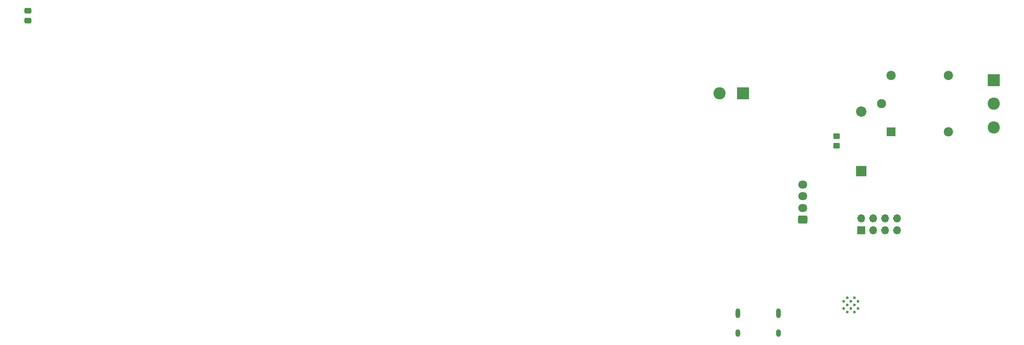
<source format=gbr>
%TF.GenerationSoftware,KiCad,Pcbnew,8.0.2*%
%TF.CreationDate,2024-05-29T12:03:12+02:00*%
%TF.ProjectId,IOT_ESP32,494f545f-4553-4503-9332-2e6b69636164,rev?*%
%TF.SameCoordinates,Original*%
%TF.FileFunction,Copper,L2,Bot*%
%TF.FilePolarity,Positive*%
%FSLAX46Y46*%
G04 Gerber Fmt 4.6, Leading zero omitted, Abs format (unit mm)*
G04 Created by KiCad (PCBNEW 8.0.2) date 2024-05-29 12:03:12*
%MOMM*%
%LPD*%
G01*
G04 APERTURE LIST*
G04 Aperture macros list*
%AMRoundRect*
0 Rectangle with rounded corners*
0 $1 Rounding radius*
0 $2 $3 $4 $5 $6 $7 $8 $9 X,Y pos of 4 corners*
0 Add a 4 corners polygon primitive as box body*
4,1,4,$2,$3,$4,$5,$6,$7,$8,$9,$2,$3,0*
0 Add four circle primitives for the rounded corners*
1,1,$1+$1,$2,$3*
1,1,$1+$1,$4,$5*
1,1,$1+$1,$6,$7*
1,1,$1+$1,$8,$9*
0 Add four rect primitives between the rounded corners*
20,1,$1+$1,$2,$3,$4,$5,0*
20,1,$1+$1,$4,$5,$6,$7,0*
20,1,$1+$1,$6,$7,$8,$9,0*
20,1,$1+$1,$8,$9,$2,$3,0*%
G04 Aperture macros list end*
%TA.AperFunction,HeatsinkPad*%
%ADD10C,0.600000*%
%TD*%
%TA.AperFunction,ComponentPad*%
%ADD11O,1.000000X2.100000*%
%TD*%
%TA.AperFunction,ComponentPad*%
%ADD12O,1.000000X1.600000*%
%TD*%
%TA.AperFunction,ComponentPad*%
%ADD13R,2.200000X2.200000*%
%TD*%
%TA.AperFunction,ComponentPad*%
%ADD14O,2.200000X2.200000*%
%TD*%
%TA.AperFunction,ComponentPad*%
%ADD15RoundRect,0.250000X0.725000X-0.600000X0.725000X0.600000X-0.725000X0.600000X-0.725000X-0.600000X0*%
%TD*%
%TA.AperFunction,ComponentPad*%
%ADD16O,1.950000X1.700000*%
%TD*%
%TA.AperFunction,ComponentPad*%
%ADD17R,1.700000X1.700000*%
%TD*%
%TA.AperFunction,ComponentPad*%
%ADD18O,1.700000X1.700000*%
%TD*%
%TA.AperFunction,SMDPad,CuDef*%
%ADD19RoundRect,0.250000X0.475000X-0.337500X0.475000X0.337500X-0.475000X0.337500X-0.475000X-0.337500X0*%
%TD*%
%TA.AperFunction,ComponentPad*%
%ADD20R,2.600000X2.600000*%
%TD*%
%TA.AperFunction,ComponentPad*%
%ADD21C,2.600000*%
%TD*%
%TA.AperFunction,ComponentPad*%
%ADD22R,1.980000X1.980000*%
%TD*%
%TA.AperFunction,ComponentPad*%
%ADD23C,1.980000*%
%TD*%
%TA.AperFunction,ComponentPad*%
%ADD24C,1.935000*%
%TD*%
%TA.AperFunction,SMDPad,CuDef*%
%ADD25RoundRect,0.250000X-0.450000X0.350000X-0.450000X-0.350000X0.450000X-0.350000X0.450000X0.350000X0*%
%TD*%
G04 APERTURE END LIST*
D10*
%TO.P,U3,39,GND*%
%TO.N,GND*%
X130600000Y-111477500D03*
X130600000Y-109952500D03*
X129837500Y-112240000D03*
X129837500Y-110715000D03*
X129837500Y-109190000D03*
X129075000Y-111477500D03*
X129075000Y-109952500D03*
X128312500Y-112240000D03*
X128312500Y-110715000D03*
X128312500Y-109190000D03*
X127550000Y-111477500D03*
X127550000Y-109952500D03*
%TD*%
D11*
%TO.P,USB1,13,SHIELD*%
%TO.N,GND*%
X105000000Y-112495000D03*
D12*
X105000000Y-116675000D03*
D11*
X113640000Y-112495000D03*
D12*
X113640000Y-116675000D03*
%TD*%
D13*
%TO.P,D3,1,K*%
%TO.N,+5V*%
X131260000Y-82150000D03*
D14*
%TO.P,D3,2,A*%
%TO.N,Net-(D3-A)*%
X131260000Y-69450000D03*
%TD*%
D15*
%TO.P,J3,1,Pin_1*%
%TO.N,GND*%
X118775000Y-92490000D03*
D16*
%TO.P,J3,2,Pin_2*%
%TO.N,+3.3V*%
X118775000Y-89990000D03*
%TO.P,J3,3,Pin_3*%
%TO.N,/SDA*%
X118775000Y-87490000D03*
%TO.P,J3,4,Pin_4*%
%TO.N,/SCL*%
X118775000Y-84990000D03*
%TD*%
D17*
%TO.P,J1,1,Pin_1*%
%TO.N,+3.3V*%
X131270000Y-94785000D03*
D18*
%TO.P,J1,2,Pin_2*%
%TO.N,/GPIO25*%
X131270000Y-92245000D03*
%TO.P,J1,3,Pin_3*%
%TO.N,/GPIO27*%
X133810000Y-94785000D03*
%TO.P,J1,4,Pin_4*%
%TO.N,GND*%
X133810000Y-92245000D03*
%TO.P,J1,5,Pin_5*%
%TO.N,+3.3V*%
X136350000Y-94785000D03*
%TO.P,J1,6,Pin_6*%
%TO.N,/GPIO34*%
X136350000Y-92245000D03*
%TO.P,J1,7,Pin_7*%
%TO.N,/GPIO35*%
X138890000Y-94785000D03*
%TO.P,J1,8,Pin_8*%
%TO.N,GND*%
X138890000Y-92245000D03*
%TD*%
D19*
%TO.P,C8,1*%
%TO.N,+3.3V*%
X-46050000Y-50025000D03*
%TO.P,C8,2*%
%TO.N,GND*%
X-46050000Y-47950000D03*
%TD*%
D20*
%TO.P,J2,1,Pin_1*%
%TO.N,GND*%
X106140000Y-65510000D03*
D21*
%TO.P,J2,2,Pin_2*%
%TO.N,+5V*%
X101140000Y-65510000D03*
%TD*%
D22*
%TO.P,K1,A1*%
%TO.N,+5V*%
X137587500Y-73780000D03*
D23*
%TO.P,K1,A2*%
%TO.N,Net-(D3-A)*%
X137587500Y-61780000D03*
D24*
%TO.P,K1,COM*%
%TO.N,Net-(J4-Pin_2)*%
X135587500Y-67780000D03*
D23*
%TO.P,K1,NC*%
%TO.N,Net-(J4-Pin_3)*%
X149787500Y-73780000D03*
%TO.P,K1,NO*%
%TO.N,Net-(J4-Pin_1)*%
X149787500Y-61780000D03*
%TD*%
D20*
%TO.P,J4,1,Pin_1*%
%TO.N,Net-(J4-Pin_1)*%
X159420000Y-62790000D03*
D21*
%TO.P,J4,2,Pin_2*%
%TO.N,Net-(J4-Pin_2)*%
X159420000Y-67790000D03*
%TO.P,J4,3,Pin_3*%
%TO.N,Net-(J4-Pin_3)*%
X159420000Y-72790000D03*
%TD*%
D25*
%TO.P,R11,1*%
%TO.N,+3.3V*%
X126040000Y-74730000D03*
%TO.P,R11,2*%
%TO.N,Net-(D4-A)*%
X126040000Y-76730000D03*
%TD*%
M02*

</source>
